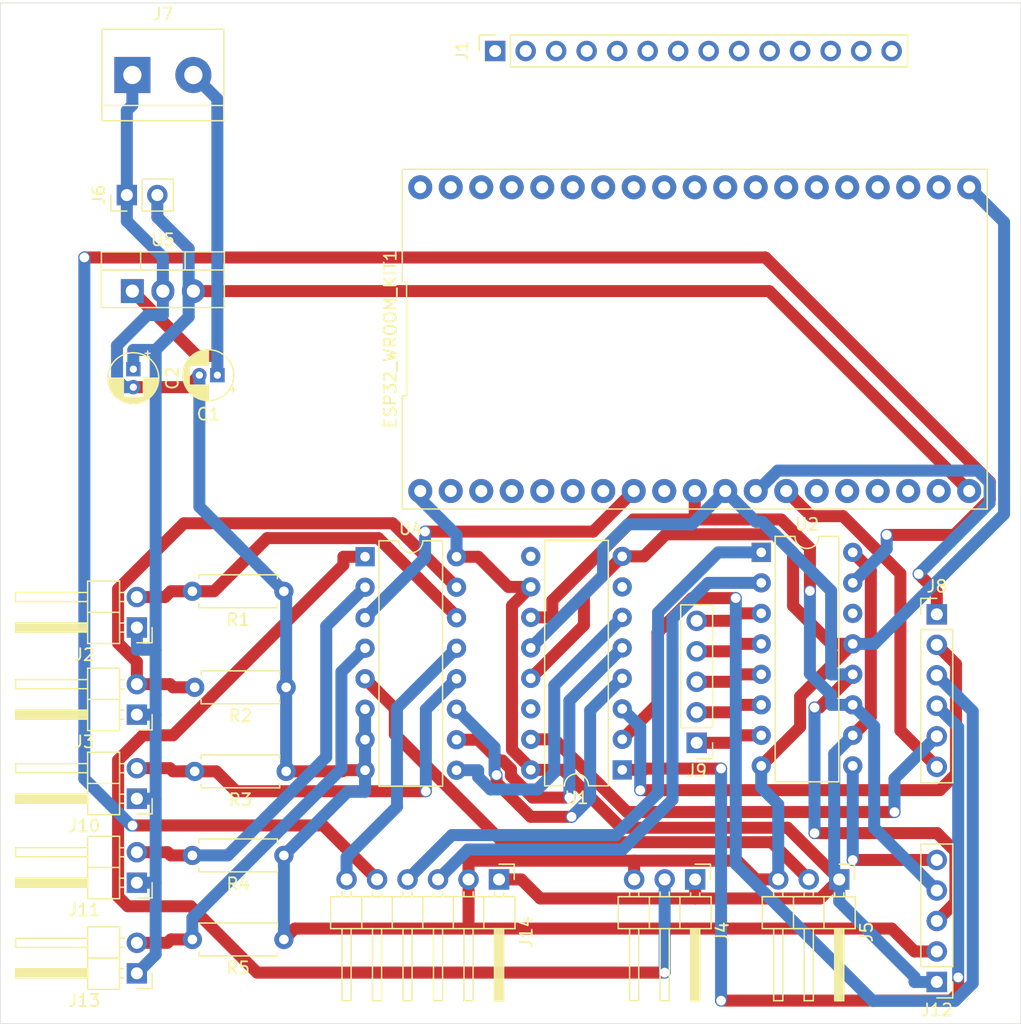
<source format=kicad_pcb>
(kicad_pcb (version 20240108) (generator "pcbnew") (generator_version "8.0")
  (layers (0 "F.Cu" signal) (31 "B.Cu" signal) (34 "B.Paste" user) (35 "F.Paste" user) (36 "B.SilkS" user "B.Silkscreen") (37 "F.SilkS" user "F.Silkscreen") (38 "B.Mask" user) (39 "F.Mask" user) (44 "Edge.Cuts" user))
  (net 0 "")
  (net 2 "Data")
  (net 3 "Trig")
  (net 18 "Analog_Pin1")
  (net 20 "Clock")
  (net 28 "3v3")
  (net 29 "GND")
  (net 39 "Net-(U1-QG)")
  (net 40 "M1_Pin_Dir1")
  (net 41 "M2_Pin_Dir2")
  (net 43 "M1_Pin_EN")
  (net 44 "M2_Pin_Dir1")
  (net 45 "M1_Pin_Dir2")
  (net 46 "Net-(U1-QH')")
  (net 47 "M2_Pin_EN")
  (net 58 "Net-(J9-Pin_2)")
  (net 59 "5v")
  (net 60 "Power supply")
  (net 61 "Net-(J9-Pin_1)")
  (net 62 "Capteur_Force_1")
  (net 63 "Capteur_Force_2")
  (net 64 "Net-(J9-Pin_5)")
  (net 65 "Capteur_Hall_1")
  (net 66 "Capteur_Hall_2")
  (net 67 "Net-(J9-Pin_4)")
  (net 68 "Net-(J9-Pin_3)")
  (net 69 "Capteur_Force_3")
  (net 70 "Capteur_Autre_1")
  (net 71 "Net-(J12-Pin_5)")
  (net 72 "Capteur_Autre_2")
  (net 73 "Net-(J14-Pin_6)")
  (net 74 "Net-(J14-Pin_4)")
  (net 75 "Net-(J14-Pin_5)")
  (net 76 "Net-(J14-Pin_3)")
  (net 77 "Net-(U1-QE)")
  (net 79 "Net-(U1-QF)")
  (footprint "Connector_PinHeader_2.54mm:PinHeader_1x02_P2.54mm_Horizontal" (layer "F.Cu") (at 128.375 108.275 180)
    (property "Reference" "J10")
    (property "Value" "Conn_01x02_Pin")
  )
  (footprint "Connector_PinHeader_2.54mm:PinHeader_1x05_P2.54mm_Vertical" (layer "F.Cu") (at 175 103.62 180)
    (property "Reference" "J9")
    (property "Value" "Conn_01x05_Pin")
  )
  (footprint "Connector_PinHeader_2.54mm:PinHeader_1x05_P2.54mm_Vertical" (layer "F.Cu") (at 195 123.54 180)
    (property "Reference" "J12")
    (property "Value" "Conn_01x05_Pin")
  )
  (footprint "Connector_PinHeader_2.54mm:PinHeader_1x02_P2.54mm_Horizontal" (layer "F.Cu") (at 128.375 101.275 180)
    (property "Reference" "J3")
    (property "Value" "Conn_01x02_Pin")
  )
  (footprint "Resistor_THT:R_Axial_DIN0207_L6.3mm_D2.5mm_P7.62mm_Horizontal" (layer "F.Cu") (at 140.62 120 180)
    (property "Reference" "R5")
    (property "Value" "R")
  )
  (footprint "Capacitor_THT:CP_Radial_D4.0mm_P1.50mm" (layer "F.Cu") (at 128.08 72.5 -90)
    (property "Reference" "C2")
    (property "Value" "C")
  )
  (footprint "Connector_PinHeader_2.54mm:PinHeader_1x06_P2.54mm_Horizontal" (layer "F.Cu") (at 158.54 115 -90)
    (property "Reference" "J14")
    (property "Value" "Conn_01x06_Pin")
  )
  (footprint "Resistor_THT:R_Axial_DIN0207_L6.3mm_D2.5mm_P7.62mm_Horizontal" (layer "F.Cu") (at 140.62 91 180)
    (property "Reference" "R1")
    (property "Value" "R")
  )
  (footprint "MyEsp32Library:Esp32_Wroom32_DevKit" (layer "F.Cu") (at 174.84 70)
    (property "Reference" "ESP32_WROOM_KIT1")
    (property "Value" "~")
  )
  (footprint "Resistor_THT:R_Axial_DIN0207_L6.3mm_D2.5mm_P7.62mm_Horizontal" (layer "F.Cu") (at 140.62 113 180)
    (property "Reference" "R4")
    (property "Value" "R")
  )
  (footprint "Connector_PinHeader_2.54mm:PinHeader_1x02_P2.54mm_Horizontal" (layer "F.Cu") (at 128.375 122.82 180)
    (property "Reference" "J13")
    (property "Value" "Conn_01x02_Pin")
  )
  (footprint "Connector_PinHeader_2.54mm:PinHeader_1x06_P2.54mm_Vertical" (layer "F.Cu") (at 195 92.92)
    (property "Reference" "J8")
    (property "Value" "Conn_01x06_Pin")
  )
  (footprint "Capacitor_THT:CP_Radial_D4.0mm_P1.50mm" (layer "F.Cu") (at 135.08 73 180)
    (property "Reference" "C1")
    (property "Value" "C")
  )
  (footprint "Connector_PinHeader_2.54mm:PinHeader_1x03_P2.54mm_Horizontal" (layer "F.Cu") (at 174.875 115 -90)
    (property "Reference" "J4")
    (property "Value" "Conn_01x03_Pin")
  )
  (footprint "Package_DIP:DIP-16_W7.62mm" (layer "F.Cu") (at 180.38 87.76)
    (property "Reference" "U2")
    (property "Value" "74HC595")
  )
  (footprint "Package_TO_SOT_THT:TO-220-3_Vertical" (layer "F.Cu") (at 128 66)
    (property "Reference" "U5")
    (property "Value" "L7805")
  )
  (footprint "Connector_PinHeader_2.54mm:PinHeader_1x02_P2.54mm_Horizontal" (layer "F.Cu") (at 128.375 115.275 180)
    (property "Reference" "J11")
    (property "Value" "Conn_01x02_Pin")
  )
  (footprint "Resistor_THT:R_Axial_DIN0207_L6.3mm_D2.5mm_P7.62mm_Horizontal" (layer "F.Cu") (at 140.81 99 180)
    (property "Reference" "R2")
    (property "Value" "R")
  )
  (footprint "Connector_PinHeader_2.54mm:PinHeader_1x02_P2.54mm_Horizontal" (layer "F.Cu") (at 128.375 94.02 180)
    (property "Reference" "J2")
    (property "Value" "Conn_01x02_Pin")
  )
  (footprint "TerminalBlock:TerminalBlock_bornier-2_P5.08mm" (layer "F.Cu") (at 128 48)
    (property "Reference" "J7")
    (property "Value" "Conn_01x02_Socket")
  )
  (footprint "Connector_PinHeader_2.54mm:PinHeader_1x02_P2.54mm_Vertical" (layer "F.Cu") (at 127.54 58 90)
    (property "Reference" "J6")
    (property "Value" "Conn_01x02_Pin")
  )
  (footprint "Package_DIP:DIP-16_W7.62mm" (layer "F.Cu") (at 147.38 88.125)
    (property "Reference" "U4")
    (property "Value" "74HC4051")
  )
  (footprint "Connector_PinSocket_2.54mm:PinSocket_1x14_P2.54mm_Vertical" (layer "F.Cu") (at 158.22 46 90)
    (property "Reference" "J1")
    (property "Value" "Conn_01x14_Socket")
  )
  (footprint "Resistor_THT:R_Axial_DIN0207_L6.3mm_D2.5mm_P7.62mm_Horizontal" (layer "F.Cu") (at 140.81 106 180)
    (property "Reference" "R3")
    (property "Value" "R")
  )
  (footprint "Package_DIP:DIP-16_W7.62mm" (layer "F.Cu") (at 168.8 105.875 180)
    (property "Reference" "U1")
    (property "Value" "74HC595")
  )
  (footprint "Connector_PinHeader_2.54mm:PinHeader_1x03_P2.54mm_Horizontal" (layer "F.Cu") (at 186.875 115 -90)
    (property "Reference" "J5")
    (property "Value" "Conn_01x03_Pin")
  )
  (gr_rect (start 117 42) (end 202 127) (stroke (width 0.05)) (fill none) (layer "Edge.Cuts"))
  (segment (start 185.2316 100.6884) (end 188 97.92) (width 1) (layer "F.Cu") (net 3))
  (segment (start 196.552 116.908) (end 196.552 112.6714) (width 1) (layer "F.Cu") (net 3))
  (segment (start 184.8151 100.6884) (end 185.2316 100.6884) (width 1) (layer "F.Cu") (net 3))
  (segment (start 195 118.46) (end 196.552 116.908) (width 1) (layer "F.Cu") (net 3))
  (segment (start 195.0235 111.1429) (end 184.8151 111.1429) (width 1) (layer "F.Cu") (net 3))
  (segment (start 196.552 112.6714) (end 195.0235 111.1429) (width 1) (layer "F.Cu") (net 3))
  (via (at 184.8151 100.6884) (size 1) (drill 0.8) (layers "F.Cu" "B.Cu") (net 3))
  (via (at 184.8151 111.1429) (size 1) (drill 0.8) (layers "F.Cu" "B.Cu") (net 3))
  (segment (start 186.2 90.9679) (end 180.4466 85.2145) (width 1) (layer "B.Cu") (net 3))
  (segment (start 167.2016 87.5056) (end 169.2872 85.42) (width 1) (layer "B.Cu") (net 3))
  (segment (start 188 97.92) (end 186.2 97.92) (width 1) (layer "B.Cu") (net 3))
  (segment (start 161.18 95.715) (end 167.2016 89.6934) (width 1) (layer "B.Cu") (net 3))
  (segment (start 167.2016 89.6934) (end 167.2016 87.5056) (width 1) (layer "B.Cu") (net 3))
  (segment (start 179.9445 85.2145) (end 177.38 82.65) (width 1) (layer "B.Cu") (net 3))
  (segment (start 174.61 85.42) (end 177.38 82.65) (width 1) (layer "B.Cu") (net 3))
  (segment (start 180.4466 85.2145) (end 179.9445 85.2145) (width 1) (layer "B.Cu") (net 3))
  (segment (start 169.2872 85.42) (end 174.61 85.42) (width 1) (layer "B.Cu") (net 3))
  (segment (start 184.8151 100.6884) (end 184.8151 111.1429) (width 1) (layer "B.Cu") (net 3))
  (segment (start 186.2 97.92) (end 186.2 90.9679) (width 1) (layer "B.Cu") (net 3))
  (segment (start 166.3799 86.0301) (end 169.76 82.65) (width 1) (layer "F.Cu") (net 18))
  (segment (start 152.3773 86.0301) (end 166.3799 86.0301) (width 1) (layer "F.Cu") (net 18))
  (via (at 152.3773 86.0301) (size 1) (drill 0.8) (layers "F.Cu" "B.Cu") (net 18))
  (segment (start 147.38 93.205) (end 152.3773 88.2077) (width 1) (layer "B.Cu") (net 18))
  (segment (start 152.3773 88.2077) (end 152.3773 86.0301) (width 1) (layer "B.Cu") (net 18))
  (segment (start 162.98 91.7703) (end 169.7306 85.0197) (width 1) (layer "F.Cu") (net 20))
  (segment (start 182.0382 85.0197) (end 184.4339 87.4154) (width 1) (layer "F.Cu") (net 20))
  (segment (start 174.84 85.0197) (end 174.84 82.65) (width 1) (layer "F.Cu") (net 20))
  (segment (start 174.84 85.0197) (end 182.0382 85.0197) (width 1) (layer "F.Cu") (net 20))
  (segment (start 161.18 93.175) (end 162.98 93.175) (width 1) (layer "F.Cu") (net 20))
  (segment (start 169.7306 85.0197) (end 174.84 85.0197) (width 1) (layer "F.Cu") (net 20))
  (segment (start 162.98 93.175) (end 162.98 91.7703) (width 1) (layer "F.Cu") (net 20))
  (segment (start 184.4339 87.4154) (end 184.4339 90.9742) (width 1) (layer "F.Cu") (net 20))
  (via (at 184.4339 90.9742) (size 1) (drill 0.8) (layers "F.Cu" "B.Cu") (net 20))
  (segment (start 195 115.92) (end 189.7835 110.7035) (width 1) (layer "B.Cu") (net 20))
  (segment (start 186.2 99.6363) (end 184.4339 97.8702) (width 1) (layer "B.Cu") (net 20))
  (segment (start 186.2 100.46) (end 186.2 99.6363) (width 1) (layer "B.Cu") (net 20))
  (segment (start 189.7835 110.7035) (end 189.7835 102.2435) (width 1) (layer "B.Cu") (net 20))
  (segment (start 189.7835 102.2435) (end 188 100.46) (width 1) (layer "B.Cu") (net 20))
  (segment (start 184.4339 97.8702) (end 184.4339 90.9742) (width 1) (layer "B.Cu") (net 20))
  (segment (start 188 100.46) (end 186.2 100.46) (width 1) (layer "B.Cu") (net 20))
  (segment (start 162.98 105.875) (end 163.8836 105.875) (width 1) (layer "F.Cu") (net 28))
  (segment (start 158.54 115) (end 160.39 115) (width 1) (layer "F.Cu") (net 28))
  (segment (start 182.5723 110.6973) (end 186.875 115) (width 1) (layer "F.Cu") (net 28))
  (segment (start 185.2879 116.5871) (end 174.875 116.5871) (width 1) (layer "F.Cu") (net 28))
  (segment (start 168.7059 110.6973) (end 182.5723 110.6973) (width 1) (layer "F.Cu") (net 28))
  (segment (start 161.18 105.875) (end 161.18 105.7559) (width 1) (layer "F.Cu") (net 28))
  (segment (start 161.18 105.875) (end 162.98 105.875) (width 1) (layer "F.Cu") (net 28))
  (segment (start 189.5076 89.2676) (end 189.5076 101.4924) (width 1) (layer "F.Cu") (net 28))
  (segment (start 174.875 116.5871) (end 161.9771 116.5871) (width 1) (layer "F.Cu") (net 28))
  (segment (start 155 88.125) (end 156.8 88.125) (width 1) (layer "F.Cu") (net 28))
  (segment (start 159.62 92.195) (end 161.18 90.635) (width 1) (layer "F.Cu") (net 28))
  (segment (start 163.8836 105.875) (end 168.7059 110.6973) (width 1) (layer "F.Cu") (net 28))
  (segment (start 159.62 104.1959) (end 159.62 92.195) (width 1) (layer "F.Cu") (net 28))
  (segment (start 174.875 115) (end 174.875 116.5871) (width 1) (layer "F.Cu") (net 28))
  (segment (start 188 87.76) (end 189.5076 89.2676) (width 1) (layer "F.Cu") (net 28))
  (segment (start 161.9771 116.5871) (end 160.39 115) (width 1) (layer "F.Cu") (net 28))
  (segment (start 189.5076 101.4924) (end 188 103) (width 1) (layer "F.Cu") (net 28))
  (segment (start 161.18 90.635) (end 159.31 90.635) (width 1) (layer "F.Cu") (net 28))
  (segment (start 161.18 105.7559) (end 159.62 104.1959) (width 1) (layer "F.Cu") (net 28))
  (segment (start 186.875 115) (end 185.2879 116.5871) (width 1) (layer "F.Cu") (net 28))
  (segment (start 159.31 90.635) (end 156.8 88.125) (width 1) (layer "F.Cu") (net 28))
  (segment (start 195 123.54) (end 193.15 123.54) (width 1) (layer "B.Cu") (net 28))
  (segment (start 155 88.125) (end 155 86.325) (width 1) (layer "B.Cu") (net 28))
  (segment (start 186.875 115) (end 186.4552 114.5802) (width 1) (layer "B.Cu") (net 28))
  (segment (start 186.4552 114.5802) (end 186.4552 104.5448) (width 1) (layer "B.Cu") (net 28))
  (segment (start 193.15 123.54) (end 193.15 123.125) (width 1) (layer "B.Cu") (net 28))
  (segment (start 151.98 83.305) (end 155 86.325) (width 1) (layer "B.Cu") (net 28))
  (segment (start 151.98 82.65) (end 151.98 83.305) (width 1) (layer "B.Cu") (net 28))
  (segment (start 186.4552 104.5448) (end 188 103) (width 1) (layer "B.Cu") (net 28))
  (segment (start 193.15 123.125) (end 186.875 116.85) (width 1) (layer "B.Cu") (net 28))
  (segment (start 186.875 115) (end 186.875 116.85) (width 1) (layer "B.Cu") (net 28))
  (segment (start 147.38 105.905) (end 145.58 105.905) (width 1) (layer "F.Cu") (net 29))
  (segment (start 156 115.5982) (end 156 116.85) (width 1) (layer "F.Cu") (net 29))
  (segment (start 169.795 115) (end 169.795 113.4391) (width 1) (layer "F.Cu") (net 29))
  (segment (start 132.58 74) (end 128.08 74) (width 1) (layer "F.Cu") (net 29))
  (segment (start 168.8 88.095) (end 170.6 88.095) (width 1) (layer "F.Cu") (net 29))
  (segment (start 183.0304 87.7842) (end 183.0304 92.2104) (width 1) (layer "F.Cu") (net 29))
  (segment (start 140.81 106) (end 145.485 106) (width 1) (layer "F.Cu") (net 29))
  (segment (start 183.6134 102.3066) (end 180.38 105.54) (width 1) (layer "F.Cu") (net 29))
  (segment (start 145.485 106) (end 145.58 105.905) (width 1) (layer "F.Cu") (net 29))
  (segment (start 191.2435 119.0935) (end 156 119.0935) (width 1) (layer "F.Cu") (net 29))
  (segment (start 183.0304 92.2104) (end 186.2 95.38) (width 1) (layer "F.Cu") (net 29))
  (segment (start 169.795 113.4391) (end 156.2891 113.4391) (width 1) (layer "F.Cu") (net 29))
  (segment (start 181.795 115) (end 179.945 115) (width 1) (layer "F.Cu") (net 29))
  (segment (start 161.18 98.255) (end 165.6146 93.8204) (width 1) (layer "F.Cu") (net 29))
  (segment (start 156.2891 113.4391) (end 156 113.15) (width 1) (layer "F.Cu") (net 29))
  (segment (start 156 115.5982) (end 156 115) (width 1) (layer "F.Cu") (net 29))
  (segment (start 181.5016 86.2554) (end 183.0304 87.7842) (width 1) (layer "F.Cu") (net 29))
  (segment (start 178.3841 113.4391) (end 169.795 113.4391) (width 1) (layer "F.Cu") (net 29))
  (segment (start 133.58 73) (end 132.58 74) (width 1) (layer "F.Cu") (net 29))
  (segment (start 179.945 115) (end 178.3841 113.4391) (width 1) (layer "F.Cu") (net 29))
  (segment (start 165.6146 93.8204) (end 165.6146 91.2804) (width 1) (layer "F.Cu") (net 29))
  (segment (start 193.15 121) (end 191.2435 119.0935) (width 1) (layer "F.Cu") (net 29))
  (segment (start 165.6146 91.2804) (end 168.8 88.095) (width 1) (layer "F.Cu") (net 29))
  (segment (start 188 95.38) (end 186.2 95.38) (width 1) (layer "F.Cu") (net 29))
  (segment (start 183.6134 99.7666) (end 183.6134 102.3066) (width 1) (layer "F.Cu") (net 29))
  (segment (start 156 115) (end 156 113.15) (width 1) (layer "F.Cu") (net 29))
  (segment (start 170.6 88.095) (end 172.4396 86.2554) (width 1) (layer "F.Cu") (net 29))
  (segment (start 141.5265 119.0935) (end 140.62 120) (width 1) (layer "F.Cu") (net 29))
  (segment (start 156 119.0935) (end 141.5265 119.0935) (width 1) (layer "F.Cu") (net 29))
  (segment (start 156 119.0935) (end 156 116.85) (width 1) (layer "F.Cu") (net 29))
  (segment (start 188 95.38) (end 183.6134 99.7666) (width 1) (layer "F.Cu") (net 29))
  (segment (start 172.4396 86.2554) (end 181.5016 86.2554) (width 1) (layer "F.Cu") (net 29))
  (segment (start 195 121) (end 193.15 121) (width 1) (layer "F.Cu") (net 29))
  (segment (start 197.7 57.35) (end 200.6034 60.2534) (width 1) (layer "B.Cu") (net 29))
  (segment (start 181.795 108.755) (end 180.38 107.34) (width 1) (layer "B.Cu") (net 29))
  (segment (start 128.08 74) (end 127.3217 74) (width 1) (layer "B.Cu") (net 29))
  (segment (start 133.58 83.96) (end 140.62 91) (width 1) (layer "B.Cu") (net 29))
  (segment (start 147.38 106.805) (end 147.38 107.705) (width 1) (layer "B.Cu") (net 29))
  (segment (start 126.7224 70.5252) (end 129.2476 68) (width 1) (layer "B.Cu") (net 29))
  (segment (start 127.54 50.96) (end 127.54 58) (width 1) (layer "B.Cu") (net 29))
  (segment (start 133.58 73) (end 133.58 83.96) (width 1) (layer "B.Cu") (net 29))
  (segment (start 127.54 58) (end 127.54 60.1728) (width 1) (layer "B.Cu") (net 29))
  (segment (start 147.38 105.905) (end 147.38 103.365) (width 1) (layer "B.Cu") (net 29))
  (segment (start 126.7224 73.4007) (end 126.7224 70.5252) (width 1) (layer "B.Cu") (net 29))
  (segment (start 181.795 115) (end 181.795 108.755) (width 1) (layer "B.Cu") (net 29))
  (segment (start 147.38 103.365) (end 147.38 100.825) (width 1) (layer "B.Cu") (net 29))
  (segment (start 180.38 105.54) (end 180.38 107.34) (width 1) (layer "B.Cu") (net 29))
  (segment (start 145.915 107.705) (end 147.38 107.705) (width 1) (layer "B.Cu") (net 29))
  (segment (start 130.54 66) (end 130.54 68) (width 1) (layer "B.Cu") (net 29))
  (segment (start 140.62 91) (end 140.81 91.19) (width 1) (layer "B.Cu") (net 29))
  (segment (start 130.54 63.1728) (end 130.54 66) (width 1) (layer "B.Cu") (net 29))
  (segment (start 140.81 99) (end 140.81 106) (width 1) (layer "B.Cu") (net 29))
  (segment (start 188 95.38) (end 189.8 95.38) (width 1) (layer "B.Cu") (net 29))
  (segment (start 140.62 113) (end 140.62 120) (width 1) (layer "B.Cu") (net 29))
  (segment (start 200.6034 60.2534) (end 200.6034 84.5766) (width 1) (layer "B.Cu") (net 29))
  (segment (start 147.38 106.805) (end 147.38 105.905) (width 1) (layer "B.Cu") (net 29))
  (segment (start 140.62 113) (end 145.915 107.705) (width 1) (layer "B.Cu") (net 29))
  (segment (start 129.2476 68) (end 130.54 68) (width 1) (layer "B.Cu") (net 29))
  (segment (start 127.54 60.1728) (end 130.54 63.1728) (width 1) (layer "B.Cu") (net 29))
  (segment (start 128 48) (end 128 50.5) (width 1) (layer "B.Cu") (net 29))
  (segment (start 200.6034 84.5766) (end 189.8 95.38) (width 1) (layer "B.Cu") (net 29))
  (segment (start 128 50.5) (end 127.54 50.96) (width 1) (layer "B.Cu") (net 29))
  (segment (start 140.81 91.19) (end 140.81 99) (width 1) (layer "B.Cu") (net 29))
  (segment (start 127.3217 74) (end 126.7224 73.4007) (width 1) (layer "B.Cu") (net 29))
  (segment (start 163.1408 106.0998) (end 163.1408 98.8342) (width 1) (layer "B.Cu") (net 39))
  (segment (start 156.8 105.905) (end 156.8 106.4742) (width 1) (layer "B.Cu") (net 39))
  (segment (start 156.8 106.4742) (end 157.832 107.5062) (width 1) (layer "B.Cu") (net 39))
  (segment (start 161.7344 107.5062) (end 163.1408 106.0998) (width 1) (layer "B.Cu") (net 39))
  (segment (start 157.832 107.5062) (end 161.7344 107.5062) (width 1) (layer "B.Cu") (net 39))
  (segment (start 155 105.905) (end 156.8 105.905) (width 1) (layer "B.Cu") (net 39))
  (segment (start 163.1408 98.8342) (end 168.8 93.175) (width 1) (layer "B.Cu") (net 39))
  (segment (start 163.1496 103.335) (end 169.2009 109.3863) (width 1) (layer "F.Cu") (net 40))
  (segment (start 161.18 103.335) (end 163.1496 103.335) (width 1) (layer "F.Cu") (net 40))
  (segment (start 169.2009 109.3863) (end 191.4773 109.3863) (width 1) (layer "F.Cu") (net 40))
  (via (at 191.4773 109.3863) (size 1) (drill 0.8) (layers "F.Cu" "B.Cu") (net 40))
  (segment (start 191.4773 106.6027) (end 191.4773 109.3863) (width 1) (layer "B.Cu") (net 40))
  (segment (start 195 103.08) (end 191.4773 106.6027) (width 1) (layer "B.Cu") (net 40))
  (segment (start 196.6015 106.2141) (end 195.2477 107.5679) (width 1) (layer "F.Cu") (net 41))
  (segment (start 196.6015 97.0615) (end 196.6015 106.2141) (width 1) (layer "F.Cu") (net 41))
  (segment (start 195 95.46) (end 196.6015 97.0615) (width 1) (layer "F.Cu") (net 41))
  (segment (start 195.2477 107.5679) (end 170.3017 107.5679) (width 1) (layer "F.Cu") (net 41))
  (via (at 170.3017 107.5679) (size 1) (drill 0.8) (layers "F.Cu" "B.Cu") (net 41))
  (segment (start 168.8 100.795) (end 170.3017 102.2967) (width 1) (layer "B.Cu") (net 41))
  (segment (start 170.3017 102.2967) (end 170.3017 107.5679) (width 1) (layer "B.Cu") (net 41))
  (segment (start 184.5547 84.7447) (end 187.1894 84.7447) (width 1) (layer "F.Cu") (net 43))
  (segment (start 187.1894 84.7447) (end 191.9702 89.5255) (width 1) (layer "F.Cu") (net 43))
  (segment (start 182.46 82.65) (end 184.5547 84.7447) (width 1) (layer "F.Cu") (net 43))
  (segment (start 191.9702 102.5902) (end 195 105.62) (width 1) (layer "F.Cu") (net 43))
  (segment (start 191.9702 89.5255) (end 191.9702 102.5902) (width 1) (layer "F.Cu") (net 43))
  (segment (start 171.7332 94.4442) (end 171.7332 100.4018) (width 1) (layer "F.Cu") (net 44))
  (segment (start 171.7332 100.4018) (end 168.8 103.335) (width 1) (layer "F.Cu") (net 44))
  (segment (start 174.6074 91.57) (end 171.7332 94.4442) (width 1) (layer "F.Cu") (net 44))
  (segment (start 178.2571 91.57) (end 174.6074 91.57) (width 1) (layer "F.Cu") (net 44))
  (via (at 178.2571 91.57) (size 1) (drill 0.8) (layers "F.Cu" "B.Cu") (net 44))
  (segment (start 195 98) (end 197.9946 100.9946) (width 1) (layer "B.Cu") (net 44))
  (segment (start 197.9946 123.6437) (end 196.5232 125.1151) (width 1) (layer "B.Cu") (net 44))
  (segment (start 197.9946 100.9946) (end 197.9946 123.6437) (width 1) (layer "B.Cu") (net 44))
  (segment (start 196.5232 125.1151) (end 189.6622 125.1151) (width 1) (layer "B.Cu") (net 44))
  (segment (start 189.6622 125.1151) (end 178.2571 113.71) (width 1) (layer "B.Cu") (net 44))
  (segment (start 178.2571 113.71) (end 178.2571 91.57) (width 1) (layer "B.Cu") (net 44))
  (segment (start 170.6 105.875) (end 170.7061 105.7689) (width 1) (layer "F.Cu") (net 45))
  (segment (start 196.1786 125.0917) (end 196.7836 124.4867) (width 1) (layer "F.Cu") (net 45))
  (segment (start 177.0313 125.0917) (end 196.1786 125.0917) (width 1) (layer "F.Cu") (net 45))
  (segment (start 170.7061 105.7689) (end 177.0313 105.7689) (width 1) (layer "F.Cu") (net 45))
  (segment (start 196.7836 124.4867) (end 196.7836 123.1551) (width 1) (layer "F.Cu") (net 45))
  (segment (start 168.8 105.875) (end 170.6 105.875) (width 1) (layer "F.Cu") (net 45))
  (via (at 177.0313 125.0917) (size 1) (drill 0.8) (layers "F.Cu" "B.Cu") (net 45))
  (via (at 196.7836 123.1551) (size 1) (drill 0.8) (layers "F.Cu" "B.Cu") (net 45))
  (via (at 177.0313 105.7689) (size 1) (drill 0.8) (layers "F.Cu" "B.Cu") (net 45))
  (segment (start 196.7836 102.3236) (end 196.7836 123.1551) (width 1) (layer "B.Cu") (net 45))
  (segment (start 177.0313 105.7689) (end 177.0313 125.0917) (width 1) (layer "B.Cu") (net 45))
  (segment (start 195 100.54) (end 196.7836 102.3236) (width 1) (layer "B.Cu") (net 45))
  (segment (start 195 91.07) (end 193.4899 89.5599) (width 1) (layer "F.Cu") (net 47))
  (segment (start 195 92.92) (end 195 91.07) (width 1) (layer "F.Cu") (net 47))
  (via (at 193.4899 89.5599) (size 1) (drill 0.8) (layers "F.Cu" "B.Cu") (net 47))
  (segment (start 199.4017 83.6481) (end 193.4899 89.5599) (width 1) (layer "B.Cu") (net 47))
  (segment (start 199.4017 81.945) (end 199.4017 83.6481) (width 1) (layer "B.Cu") (net 47))
  (segment (start 180.0535 82.65) (end 180.0535 82.6499) (width 1) (layer "B.Cu") (net 47))
  (segment (start 179.92 82.65) (end 180.0535 82.65) (width 1) (layer "B.Cu") (net 47))
  (segment (start 181.7551 80.9483) (end 198.405 80.9483) (width 1) (layer "B.Cu") (net 47))
  (segment (start 180.0535 82.6499) (end 181.7551 80.9483) (width 1) (layer "B.Cu") (net 47))
  (segment (start 198.405 80.9483) (end 199.4017 81.945) (width 1) (layer "B.Cu") (net 47))
  (segment (start 180.38 100.46) (end 178.58 100.46) (width 1) (layer "F.Cu") (net 58))
  (segment (start 175 101.08) (end 177.96 101.08) (width 1) (layer "F.Cu") (net 58))
  (segment (start 177.96 101.08) (end 178.58 100.46) (width 1) (layer "F.Cu") (net 58))
  (segment (start 133.08 66) (end 181.05 66) (width 1) (layer "F.Cu") (net 59))
  (segment (start 181.05 66) (end 197.7 82.65) (width 1) (layer "F.Cu") (net 59))
  (segment (start 129.9411 108.275) (end 128.375 108.275) (width 1) (layer "B.Cu") (net 59))
  (segment (start 129.9411 95.87) (end 129.9411 101.275) (width 1) (layer "B.Cu") (net 59))
  (segment (start 129.9411 70.9) (end 129.9411 95.87) (width 1) (layer "B.Cu") (net 59))
  (segment (start 129.9411 108.275) (end 129.9411 101.275) (width 1) (layer "B.Cu") (net 59))
  (segment (start 129.9411 101.275) (end 128.375 101.275) (width 1) (layer "B.Cu") (net 59))
  (segment (start 130.08 59.85) (end 132.6884 62.4584) (width 1) (layer "B.Cu") (net 59))
  (segment (start 129.9411 115.275) (end 128.375 115.275) (width 1) (layer "B.Cu") (net 59))
  (segment (start 129.9411 70.9) (end 132.6884 68.1527) (width 1) (layer "B.Cu") (net 59))
  (segment (start 129.9411 115.275) (end 129.9411 108.275) (width 1) (layer "B.Cu") (net 59))
  (segment (start 132.6884 66) (end 133.08 66) (width 1) (layer "B.Cu") (net 59))
  (segment (start 128.08 70.9) (end 129.9411 70.9) (width 1) (layer "B.Cu") (net 59))
  (segment (start 129.9411 121.2539) (end 129.9411 115.275) (width 1) (layer "B.Cu") (net 59))
  (segment (start 132.6884 62.4584) (end 132.6884 66) (width 1) (layer "B.Cu") (net 59))
  (segment (start 128.375 122.82) (end 129.9411 121.2539) (width 1) (layer "B.Cu") (net 59))
  (segment (start 128.375 95.87) (end 129.9411 95.87) (width 1) (layer "B.Cu") (net 59))
  (segment (start 128.375 94.02) (end 128.375 95.87) (width 1) (layer "B.Cu") (net 59))
  (segment (start 130.08 58) (end 130.08 59.85) (width 1) (layer "B.Cu") (net 59))
  (segment (start 132.6884 68.1527) (end 132.6884 66) (width 1) (layer "B.Cu") (net 59))
  (segment (start 128.08 72.5) (end 128.08 70.9) (width 1) (layer "B.Cu") (net 59))
  (segment (start 135.08 73) (end 135.08 71.4) (width 1) (layer "F.Cu") (net 60))
  (segment (start 135.08 71.4) (end 133.4 71.4) (width 1) (layer "F.Cu") (net 60))
  (segment (start 133.4 71.4) (end 128 66) (width 1) (layer "F.Cu") (net 60))
  (segment (start 135.08 50) (end 135.08 73) (width 1) (layer "B.Cu") (net 60))
  (segment (start 133.08 48) (end 135.08 50) (width 1) (layer "B.Cu") (net 60))
  (segment (start 180.38 103) (end 178.58 103) (width 1) (layer "F.Cu") (net 61))
  (segment (start 175 103.62) (end 177.96 103.62) (width 1) (layer "F.Cu") (net 61))
  (segment (start 177.96 103.62) (end 178.58 103) (width 1) (layer "F.Cu") (net 61))
  (segment (start 139.2284 86.5716) (end 134.8 91) (width 1) (layer "F.Cu") (net 62))
  (segment (start 128.375 91.48) (end 130.72 91.48) (width 1) (layer "F.Cu") (net 62))
  (segment (start 155 93.0834) (end 148.4882 86.5716) (width 1) (layer "F.Cu") (net 62))
  (segment (start 148.4882 86.5716) (end 139.2284 86.5716) (width 1) (layer "F.Cu") (net 62))
  (segment (start 130.72 91.48) (end 131.2 91) (width 1) (layer "F.Cu") (net 62))
  (segment (start 132.1 91) (end 133 91) (width 1) (layer "F.Cu") (net 62))
  (segment (start 155 93.205) (end 155 93.0834) (width 1) (layer "F.Cu") (net 62))
  (segment (start 132.1 91) (end 131.2 91) (width 1) (layer "F.Cu") (net 62))
  (segment (start 133 91) (end 134.8 91) (width 1) (layer "F.Cu") (net 62))
  (segment (start 149.6717 85.3367) (end 155 90.665) (width 1) (layer "F.Cu") (net 63))
  (segment (start 128.375 96.885) (end 126.8095 95.3195) (width 1) (layer "F.Cu") (net 63))
  (segment (start 133.19 99) (end 131.39 99) (width 1) (layer "F.Cu") (net 63))
  (segment (start 132.2884 85.3367) (end 149.6717 85.3367) (width 1) (layer "F.Cu") (net 63))
  (segment (start 131.125 98.735) (end 128.375 98.735) (width 1) (layer "F.Cu") (net 63))
  (segment (start 126.8095 90.8156) (end 132.2884 85.3367) (width 1) (layer "F.Cu") (net 63))
  (segment (start 128.375 98.735) (end 128.375 96.885) (width 1) (layer "F.Cu") (net 63))
  (segment (start 131.39 99) (end 131.125 98.735) (width 1) (layer "F.Cu") (net 63))
  (segment (start 126.8095 95.3195) (end 126.8095 90.8156) (width 1) (layer "F.Cu") (net 63))
  (segment (start 180.38 92.84) (end 178.58 92.84) (width 1) (layer "F.Cu") (net 64))
  (segment (start 175 93.46) (end 177.96 93.46) (width 1) (layer "F.Cu") (net 64))
  (segment (start 177.96 93.46) (end 178.58 92.84) (width 1) (layer "F.Cu") (net 64))
  (segment (start 138.3862 122.7595) (end 172.335 122.7595) (width 1) (layer "F.Cu") (net 65))
  (segment (start 145.58 88.125) (end 145.58 88.8) (width 1) (layer "F.Cu") (net 65))
  (segment (start 126.8087 116.427) (end 127.6198 117.2381) (width 1) (layer "F.Cu") (net 65))
  (segment (start 126.8087 105.0652) (end 126.8087 116.427) (width 1) (layer "F.Cu") (net 65))
  (segment (start 127.6198 117.2381) (end 132.8648 117.2381) (width 1) (layer "F.Cu") (net 65))
  (segment (start 128.8756 102.9983) (end 126.8087 105.0652) (width 1) (layer "F.Cu") (net 65))
  (segment (start 132.8648 117.2381) (end 138.3862 122.7595) (width 1) (layer "F.Cu") (net 65))
  (segment (start 131.3817 102.9983) (end 128.8756 102.9983) (width 1) (layer "F.Cu") (net 65))
  (segment (start 147.38 88.125) (end 145.58 88.125) (width 1) (layer "F.Cu") (net 65))
  (segment (start 145.58 88.8) (end 131.3817 102.9983) (width 1) (layer "F.Cu") (net 65))
  (via (at 172.335 122.7595) (size 1) (drill 0.8) (layers "F.Cu" "B.Cu") (net 65))
  (segment (start 172.335 115) (end 172.335 122.7595) (width 1) (layer "B.Cu") (net 65))
  (segment (start 149.8594 100.7644) (end 149.8594 102.9087) (width 1) (layer "F.Cu") (net 66))
  (segment (start 181.2354 111.9004) (end 184.335 115) (width 1) (layer "F.Cu") (net 66))
  (segment (start 147.38 98.285) (end 149.8594 100.7644) (width 1) (layer "F.Cu") (net 66))
  (segment (start 149.8594 102.9087) (end 158.8511 111.9004) (width 1) (layer "F.Cu") (net 66))
  (segment (start 158.8511 111.9004) (end 181.2354 111.9004) (width 1) (layer "F.Cu") (net 66))
  (segment (start 180.38 95.38) (end 178.58 95.38) (width 1) (layer "F.Cu") (net 67))
  (segment (start 175 96) (end 177.96 96) (width 1) (layer "F.Cu") (net 67))
  (segment (start 177.96 96) (end 178.58 95.38) (width 1) (layer "F.Cu") (net 67))
  (segment (start 180.38 97.92) (end 178.58 97.92) (width 1) (layer "F.Cu") (net 68))
  (segment (start 175 98.54) (end 177.96 98.54) (width 1) (layer "F.Cu") (net 68))
  (segment (start 177.96 98.54) (end 178.58 97.92) (width 1) (layer "F.Cu") (net 68))
  (segment (start 131.125 105.735) (end 131.39 106) (width 1) (layer "F.Cu") (net 69))
  (segment (start 133.19 106) (end 134.99 106) (width 1) (layer "F.Cu") (net 69))
  (segment (start 136.6466 107.6566) (end 152.4432 107.6566) (width 1) (layer "F.Cu") (net 69))
  (segment (start 128.375 105.735) (end 131.125 105.735) (width 1) (layer "F.Cu") (net 69))
  (segment (start 134.99 106) (end 136.6466 107.6566) (width 1) (layer "F.Cu") (net 69))
  (segment (start 132.29 106) (end 131.39 106) (width 1) (layer "F.Cu") (net 69))
  (segment (start 132.29 106) (end 133.19 106) (width 1) (layer "F.Cu") (net 69))
  (via (at 152.4432 107.6566) (size 1) (drill 0.8) (layers "F.Cu" "B.Cu") (net 69))
  (segment (start 152.4432 100.8418) (end 152.4432 107.6566) (width 1) (layer "B.Cu") (net 69))
  (segment (start 155 98.285) (end 152.4432 100.8418) (width 1) (layer "B.Cu") (net 69))
  (segment (start 128.375 112.735) (end 130.935 112.735) (width 1) (layer "F.Cu") (net 70))
  (segment (start 130.935 112.735) (end 131.2 113) (width 1) (layer "F.Cu") (net 70))
  (segment (start 133 113) (end 131.2 113) (width 1) (layer "F.Cu") (net 70))
  (segment (start 144.1456 93.8994) (end 144.1456 104.8029) (width 1) (layer "B.Cu") (net 70))
  (segment (start 144.1456 104.8029) (end 135.9485 113) (width 1) (layer "B.Cu") (net 70))
  (segment (start 135.9485 113) (end 133 113) (width 1) (layer "B.Cu") (net 70))
  (segment (start 147.38 90.665) (end 144.1456 93.8994) (width 1) (layer "B.Cu") (net 70))
  (segment (start 195 113.38) (end 188 113.38) (width 1) (layer "F.Cu") (net 71))
  (via (at 188 113.38) (size 1) (drill 0.8) (layers "F.Cu" "B.Cu") (net 71))
  (segment (start 188 105.54) (end 188 113.38) (width 1) (layer "B.Cu") (net 71))
  (segment (start 128.375 120.28) (end 130.92 120.28) (width 1) (layer "F.Cu") (net 72))
  (segment (start 130.92 120.28) (end 131.2 120) (width 1) (layer "F.Cu") (net 72))
  (segment (start 133 120) (end 131.2 120) (width 1) (layer "F.Cu") (net 72))
  (segment (start 145.4138 97.7112) (end 147.38 95.745) (width 1) (layer "B.Cu") (net 72))
  (segment (start 133 120) (end 133 118.2) (width 1) (layer "B.Cu") (net 72))
  (segment (start 133 118.2) (end 145.4138 105.7862) (width 1) (layer "B.Cu") (net 72))
  (segment (start 145.4138 105.7862) (end 145.4138 97.7112) (width 1) (layer "B.Cu") (net 72))
  (segment (start 150.0398 100.7052) (end 150.0398 108.9502) (width 1) (layer "B.Cu") (net 73))
  (segment (start 150.0398 108.9502) (end 145.84 113.15) (width 1) (layer "B.Cu") (net 73))
  (segment (start 155 95.745) (end 150.0398 100.7052) (width 1) (layer "B.Cu") (net 73))
  (segment (start 145.84 115) (end 145.84 113.15) (width 1) (layer "B.Cu") (net 73))
  (segment (start 154.614 111.306) (end 168.2709 111.306) (width 1) (layer "B.Cu") (net 74))
  (segment (start 150.92 115) (end 154.614 111.306) (width 1) (layer "B.Cu") (net 74))
  (segment (start 171.7859 92.769) (end 176.7949 87.76) (width 1) (layer "B.Cu") (net 74))
  (segment (start 176.7949 87.76) (end 180.38 87.76) (width 1) (layer "B.Cu") (net 74))
  (segment (start 171.7859 107.791) (end 171.7859 92.769) (width 1) (layer "B.Cu") (net 74))
  (segment (start 168.2709 111.306) (end 171.7859 107.791) (width 1) (layer "B.Cu") (net 74))
  (segment (start 199.4183 81.8926) (end 199.4183 83.3406) (width 1) (layer "F.Cu") (net 75))
  (segment (start 199.4183 83.3406) (end 196.4533 86.3056) (width 1) (layer "F.Cu") (net 75))
  (segment (start 196.4533 86.3056) (end 190.8282 86.3056) (width 1) (layer "F.Cu") (net 75))
  (segment (start 143.885 110.505) (end 128.0104 110.505) (width 1) (layer "F.Cu") (net 75))
  (segment (start 124.0001 63.1991) (end 180.7248 63.1991) (width 1) (layer "F.Cu") (net 75))
  (segment (start 148.38 115) (end 143.885 110.505) (width 1) (layer "F.Cu") (net 75))
  (segment (start 180.7248 63.1991) (end 199.4183 81.8926) (width 1) (layer "F.Cu") (net 75))
  (via (at 128.0104 110.505) (size 1) (drill 0.8) (layers "F.Cu" "B.Cu") (net 75))
  (via (at 124.0001 63.1991) (size 1) (drill 0.8) (layers "F.Cu" "B.Cu") (net 75))
  (via (at 190.8282 86.3056) (size 1) (drill 0.8) (layers "F.Cu" "B.Cu") (net 75))
  (segment (start 190.8282 86.3056) (end 190.8282 87.4718) (width 1) (layer "B.Cu") (net 75))
  (segment (start 124.0001 106.6141) (end 124.0001 63.1991) (width 1) (layer "B.Cu") (net 75))
  (segment (start 127.891 110.505) (end 124.0001 106.6141) (width 1) (layer "B.Cu") (net 75))
  (segment (start 128.0104 110.505) (end 127.891 110.505) (width 1) (layer "B.Cu") (net 75))
  (segment (start 190.8282 87.4718) (end 188 90.3) (width 1) (layer "B.Cu") (net 75))
  (segment (start 172.9876 93.2667) (end 175.9543 90.3) (width 1) (layer "B.Cu") (net 76))
  (segment (start 155.9523 112.5077) (end 168.8298 112.5077) (width 1) (layer "B.Cu") (net 76))
  (segment (start 153.46 115) (end 155.9523 112.5077) (width 1) (layer "B.Cu") (net 76))
  (segment (start 172.9876 108.3499) (end 172.9876 93.2667) (width 1) (layer "B.Cu") (net 76))
  (segment (start 168.8298 112.5077) (end 172.9876 108.3499) (width 1) (layer "B.Cu") (net 76))
  (segment (start 175.9543 90.3) (end 180.38 90.3) (width 1) (layer "B.Cu") (net 76))
  (segment (start 158.3297 106.9378) (end 161.1783 109.7864) (width 1) (layer "F.Cu") (net 77))
  (segment (start 161.1783 109.7864) (end 164.5834 109.7864) (width 1) (layer "F.Cu") (net 77))
  (segment (start 158.3297 106.3045) (end 158.3297 106.9378) (width 1) (layer "F.Cu") (net 77))
  (via (at 164.5834 109.7864) (size 1) (drill 0.8) (layers "F.Cu" "B.Cu") (net 77))
  (via (at 158.3297 106.3045) (size 1) (drill 0.8) (layers "F.Cu" "B.Cu") (net 77))
  (segment (start 158.3297 106.3045) (end 158.1658 106.1406) (width 1) (layer "B.Cu") (net 77))
  (segment (start 168.8 98.255) (end 166.1264 100.9286) (width 1) (layer "B.Cu") (net 77))
  (segment (start 158.1658 103.9908) (end 155 100.825) (width 1) (layer "B.Cu") (net 77))
  (segment (start 158.1658 106.1406) (end 158.1658 103.9908) (width 1) (layer "B.Cu") (net 77))
  (segment (start 166.1264 100.9286) (end 166.1264 108.2434) (width 1) (layer "B.Cu") (net 77))
  (segment (start 166.1264 108.2434) (end 164.5834 109.7864) (width 1) (layer "B.Cu") (net 77))
  (segment (start 158.5378 105.1028) (end 156.8 103.365) (width 1) (layer "F.Cu") (net 79))
  (segment (start 164.3992 108.1829) (end 161.3404 108.1829) (width 1) (layer "F.Cu") (net 79))
  (segment (start 158.8275 105.1028) (end 158.5378 105.1028) (width 1) (layer "F.Cu") (net 79))
  (segment (start 155 103.365) (end 156.8 103.365) (width 1) (layer "F.Cu") (net 79))
  (segment (start 159.5314 105.8067) (end 158.8275 105.1028) (width 1) (layer "F.Cu") (net 79))
  (segment (start 161.3404 108.1829) (end 159.5314 106.3739) (width 1) (layer "F.Cu") (net 79))
  (segment (start 159.5314 106.3739) (end 159.5314 105.8067) (width 1) (layer "F.Cu") (net 79))
  (via (at 164.3992 108.1829) (size 1) (drill 0.8) (layers "F.Cu" "B.Cu") (net 79))
  (segment (start 168.8 95.715) (end 164.3992 100.1158) (width 1) (layer "B.Cu") (net 79))
  (segment (start 164.3992 100.1158) (end 164.3992 108.1829) (width 1) (layer "B.Cu") (net 79))
)
</source>
